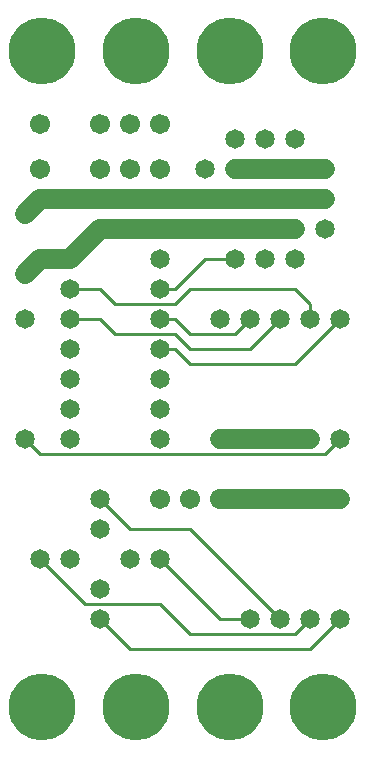
<source format=gbl>
%MOIN*%
%FSLAX25Y25*%
G04 D10 used for Character Trace; *
G04     Circle (OD=.01000) (No hole)*
G04 D11 used for Power Trace; *
G04     Circle (OD=.06700) (No hole)*
G04 D12 used for Signal Trace; *
G04     Circle (OD=.01100) (No hole)*
G04 D13 used for Via; *
G04     Circle (OD=.05800) (Round. Hole ID=.02800)*
G04 D14 used for Component hole; *
G04     Circle (OD=.06500) (Round. Hole ID=.03500)*
G04 D15 used for Component hole; *
G04     Circle (OD=.06700) (Round. Hole ID=.04300)*
G04 D16 used for Component hole; *
G04     Circle (OD=.08100) (Round. Hole ID=.05100)*
G04 D17 used for Component hole; *
G04     Circle (OD=.08900) (Round. Hole ID=.05900)*
G04 D18 used for Component hole; *
G04     Circle (OD=.11300) (Round. Hole ID=.08300)*
G04 D19 used for Component hole; *
G04     Circle (OD=.16000) (Round. Hole ID=.13000)*
G04 D20 used for Component hole; *
G04     Circle (OD=.18300) (Round. Hole ID=.15300)*
G04 D21 used for Component hole; *
G04     Circle (OD=.22291) (Round. Hole ID=.19291)*
%ADD10C,.01000*%
%ADD11C,.06700*%
%ADD12C,.01100*%
%ADD13C,.05800*%
%ADD14C,.06500*%
%ADD15C,.06700*%
%ADD16C,.08100*%
%ADD17C,.08900*%
%ADD18C,.11300*%
%ADD19C,.16000*%
%ADD20C,.18300*%
%ADD21C,.22291*%
%IPPOS*%
%LPD*%
G90*X0Y0D02*D21*X15625Y15625D03*D14*              
X35000Y45000D03*D12*X45000Y35000D01*X105000D01*   
X115000Y45000D01*D14*D03*X105000D03*D12*          
X100000Y40000D01*X65000D01*X55000Y50000D01*       
X30000D01*X15000Y65000D01*D14*D03*X25000D03*      
X35000Y85000D03*D12*X45000Y75000D01*X65000D01*    
X95000Y45000D01*D14*D03*X85000D03*D12*X75000D01*  
X55000Y65000D01*D14*D03*X45000D03*D15*            
X75000Y85000D03*D11*X85000D01*D14*D03*D11*        
X95000D01*D14*D03*D11*X105000D01*D14*D03*D11*     
X115000D01*D14*D03*D12*X15000Y100000D02*          
X110000D01*X15000D02*X10000Y105000D01*D14*D03*    
X25000D03*Y115000D03*Y125000D03*Y135000D03*       
X35000Y75000D03*D12*X40000Y140000D02*X60000D01*   
X65000Y135000D01*X85000D01*X95000Y145000D01*D14*  
D03*D12*X105000Y150000D02*X100000Y155000D01*      
X105000Y145000D02*Y150000D01*D14*Y145000D03*      
X115000D03*D12*X100000Y130000D01*X65000D01*       
X60000Y135000D01*X55000D01*D14*D03*D12*           
X65000Y140000D02*X60000Y145000D01*                
X65000Y140000D02*X80000D01*X85000Y145000D01*D14*  
D03*X75000D03*D12*X65000Y155000D02*X100000D01*    
X60000Y150000D02*X65000Y155000D01*                
X40000Y150000D02*X60000D01*X40000D02*             
X35000Y155000D01*X25000D01*D14*D03*D12*           
X40000Y140000D02*X35000Y145000D01*X25000D01*D14*  
D03*X10000Y160000D03*D11*X15000Y165000D01*        
X25000D01*D14*D03*D11*X35000Y175000D01*X70000D01* 
D14*D03*D11*X80000D01*D13*D03*D11*X100000D01*D13* 
D03*D14*X110000Y185000D03*D11*X90000D01*D13*D03*  
D11*X70000D01*D14*D03*D11*X55000D01*D13*D03*D11*  
X15000D01*X10000Y180000D01*D14*D03*D15*           
X15000Y195000D03*X35000D03*Y210000D03*X15000D03*  
D14*X10000Y145000D03*D15*X45000Y195000D03*        
Y210000D03*D14*X55000Y145000D03*D12*X60000D01*    
X55000Y155000D02*X60000D01*D14*X55000D03*D12*     
X60000D02*X70000Y165000D01*X80000D01*D14*D03*     
X90000D03*X100000D03*X55000D03*X110000Y195000D03* 
D11*X100000D01*D13*D03*D11*X80000D01*D13*D03*D14* 
X90000Y205000D03*X80000D03*X70000Y195000D03*      
X100000Y205000D03*D15*X55000Y210000D03*Y195000D03*
D14*X110000Y175000D03*D21*X109375Y234375D03*      
X78125D03*X46875D03*X15625D03*D14*                
X55000Y125000D03*Y115000D03*Y105000D03*X75000D03* 
D11*X85000D01*D14*D03*D11*X95000D01*D14*D03*D11*  
X105000D01*D14*D03*D12*X110000Y100000D02*         
X115000Y105000D01*D14*D03*D15*X65000Y85000D03*    
X55000D03*D14*X35000Y55000D03*D21*X46875Y15625D03*
X78125D03*X109375D03*M02*                         

</source>
